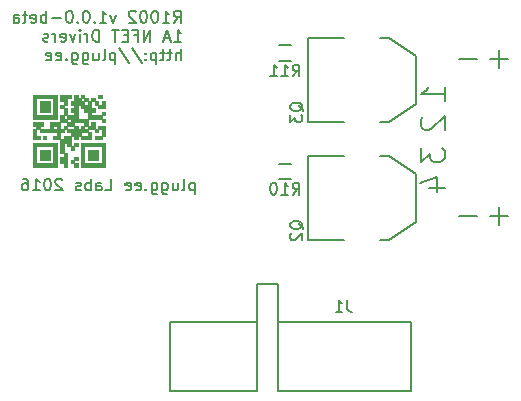
<source format=gbr>
G04 #@! TF.FileFunction,Legend,Bot*
%FSLAX46Y46*%
G04 Gerber Fmt 4.6, Leading zero omitted, Abs format (unit mm)*
G04 Created by KiCad (PCBNEW 4.0.2+e4-6225~38~ubuntu14.04.1-stable) date Sat 23 Jul 2016 00:45:22 PDT*
%MOMM*%
G01*
G04 APERTURE LIST*
%ADD10C,0.100000*%
%ADD11C,0.200000*%
%ADD12C,0.150000*%
%ADD13C,0.010000*%
G04 APERTURE END LIST*
D10*
D11*
X161671429Y-86180952D02*
X163004762Y-86180952D01*
X160909524Y-85704762D02*
X162338095Y-85228571D01*
X162338095Y-86466667D01*
X161004762Y-82733333D02*
X161004762Y-83971429D01*
X161766667Y-83304762D01*
X161766667Y-83590476D01*
X161861905Y-83780952D01*
X161957143Y-83876190D01*
X162147619Y-83971429D01*
X162623810Y-83971429D01*
X162814286Y-83876190D01*
X162909524Y-83780952D01*
X163004762Y-83590476D01*
X163004762Y-83019048D01*
X162909524Y-82828571D01*
X162814286Y-82733333D01*
X161195238Y-80128571D02*
X161100000Y-80223809D01*
X161004762Y-80414286D01*
X161004762Y-80890476D01*
X161100000Y-81080952D01*
X161195238Y-81176190D01*
X161385714Y-81271429D01*
X161576190Y-81271429D01*
X161861905Y-81176190D01*
X163004762Y-80033333D01*
X163004762Y-81271429D01*
X163004762Y-78771429D02*
X163004762Y-77628571D01*
X163004762Y-78200000D02*
X161004762Y-78200000D01*
X161290476Y-78009524D01*
X161480952Y-77819048D01*
X161576190Y-77628571D01*
X165761905Y-75242857D02*
X164238095Y-75242857D01*
X165761905Y-88542857D02*
X164238095Y-88542857D01*
X168361905Y-75242857D02*
X166838095Y-75242857D01*
X167600000Y-76004762D02*
X167600000Y-74480952D01*
X168361905Y-88542857D02*
X166838095Y-88542857D01*
X167600000Y-89304762D02*
X167600000Y-87780952D01*
X141861905Y-85685714D02*
X141861905Y-86685714D01*
X141861905Y-85733333D02*
X141766667Y-85685714D01*
X141576190Y-85685714D01*
X141480952Y-85733333D01*
X141433333Y-85780952D01*
X141385714Y-85876190D01*
X141385714Y-86161905D01*
X141433333Y-86257143D01*
X141480952Y-86304762D01*
X141576190Y-86352381D01*
X141766667Y-86352381D01*
X141861905Y-86304762D01*
X140814286Y-86352381D02*
X140909524Y-86304762D01*
X140957143Y-86209524D01*
X140957143Y-85352381D01*
X140004761Y-85685714D02*
X140004761Y-86352381D01*
X140433333Y-85685714D02*
X140433333Y-86209524D01*
X140385714Y-86304762D01*
X140290476Y-86352381D01*
X140147618Y-86352381D01*
X140052380Y-86304762D01*
X140004761Y-86257143D01*
X139099999Y-85685714D02*
X139099999Y-86495238D01*
X139147618Y-86590476D01*
X139195237Y-86638095D01*
X139290476Y-86685714D01*
X139433333Y-86685714D01*
X139528571Y-86638095D01*
X139099999Y-86304762D02*
X139195237Y-86352381D01*
X139385714Y-86352381D01*
X139480952Y-86304762D01*
X139528571Y-86257143D01*
X139576190Y-86161905D01*
X139576190Y-85876190D01*
X139528571Y-85780952D01*
X139480952Y-85733333D01*
X139385714Y-85685714D01*
X139195237Y-85685714D01*
X139099999Y-85733333D01*
X138195237Y-85685714D02*
X138195237Y-86495238D01*
X138242856Y-86590476D01*
X138290475Y-86638095D01*
X138385714Y-86685714D01*
X138528571Y-86685714D01*
X138623809Y-86638095D01*
X138195237Y-86304762D02*
X138290475Y-86352381D01*
X138480952Y-86352381D01*
X138576190Y-86304762D01*
X138623809Y-86257143D01*
X138671428Y-86161905D01*
X138671428Y-85876190D01*
X138623809Y-85780952D01*
X138576190Y-85733333D01*
X138480952Y-85685714D01*
X138290475Y-85685714D01*
X138195237Y-85733333D01*
X137719047Y-86257143D02*
X137671428Y-86304762D01*
X137719047Y-86352381D01*
X137766666Y-86304762D01*
X137719047Y-86257143D01*
X137719047Y-86352381D01*
X136861904Y-86304762D02*
X136957142Y-86352381D01*
X137147619Y-86352381D01*
X137242857Y-86304762D01*
X137290476Y-86209524D01*
X137290476Y-85828571D01*
X137242857Y-85733333D01*
X137147619Y-85685714D01*
X136957142Y-85685714D01*
X136861904Y-85733333D01*
X136814285Y-85828571D01*
X136814285Y-85923810D01*
X137290476Y-86019048D01*
X136004761Y-86304762D02*
X136099999Y-86352381D01*
X136290476Y-86352381D01*
X136385714Y-86304762D01*
X136433333Y-86209524D01*
X136433333Y-85828571D01*
X136385714Y-85733333D01*
X136290476Y-85685714D01*
X136099999Y-85685714D01*
X136004761Y-85733333D01*
X135957142Y-85828571D01*
X135957142Y-85923810D01*
X136433333Y-86019048D01*
X134290475Y-86352381D02*
X134766666Y-86352381D01*
X134766666Y-85352381D01*
X133528570Y-86352381D02*
X133528570Y-85828571D01*
X133576189Y-85733333D01*
X133671427Y-85685714D01*
X133861904Y-85685714D01*
X133957142Y-85733333D01*
X133528570Y-86304762D02*
X133623808Y-86352381D01*
X133861904Y-86352381D01*
X133957142Y-86304762D01*
X134004761Y-86209524D01*
X134004761Y-86114286D01*
X133957142Y-86019048D01*
X133861904Y-85971429D01*
X133623808Y-85971429D01*
X133528570Y-85923810D01*
X133052380Y-86352381D02*
X133052380Y-85352381D01*
X133052380Y-85733333D02*
X132957142Y-85685714D01*
X132766665Y-85685714D01*
X132671427Y-85733333D01*
X132623808Y-85780952D01*
X132576189Y-85876190D01*
X132576189Y-86161905D01*
X132623808Y-86257143D01*
X132671427Y-86304762D01*
X132766665Y-86352381D01*
X132957142Y-86352381D01*
X133052380Y-86304762D01*
X132195237Y-86304762D02*
X132099999Y-86352381D01*
X131909523Y-86352381D01*
X131814284Y-86304762D01*
X131766665Y-86209524D01*
X131766665Y-86161905D01*
X131814284Y-86066667D01*
X131909523Y-86019048D01*
X132052380Y-86019048D01*
X132147618Y-85971429D01*
X132195237Y-85876190D01*
X132195237Y-85828571D01*
X132147618Y-85733333D01*
X132052380Y-85685714D01*
X131909523Y-85685714D01*
X131814284Y-85733333D01*
X130623808Y-85447619D02*
X130576189Y-85400000D01*
X130480951Y-85352381D01*
X130242855Y-85352381D01*
X130147617Y-85400000D01*
X130099998Y-85447619D01*
X130052379Y-85542857D01*
X130052379Y-85638095D01*
X130099998Y-85780952D01*
X130671427Y-86352381D01*
X130052379Y-86352381D01*
X129433332Y-85352381D02*
X129338093Y-85352381D01*
X129242855Y-85400000D01*
X129195236Y-85447619D01*
X129147617Y-85542857D01*
X129099998Y-85733333D01*
X129099998Y-85971429D01*
X129147617Y-86161905D01*
X129195236Y-86257143D01*
X129242855Y-86304762D01*
X129338093Y-86352381D01*
X129433332Y-86352381D01*
X129528570Y-86304762D01*
X129576189Y-86257143D01*
X129623808Y-86161905D01*
X129671427Y-85971429D01*
X129671427Y-85733333D01*
X129623808Y-85542857D01*
X129576189Y-85447619D01*
X129528570Y-85400000D01*
X129433332Y-85352381D01*
X128147617Y-86352381D02*
X128719046Y-86352381D01*
X128433332Y-86352381D02*
X128433332Y-85352381D01*
X128528570Y-85495238D01*
X128623808Y-85590476D01*
X128719046Y-85638095D01*
X127290474Y-85352381D02*
X127480951Y-85352381D01*
X127576189Y-85400000D01*
X127623808Y-85447619D01*
X127719046Y-85590476D01*
X127766665Y-85780952D01*
X127766665Y-86161905D01*
X127719046Y-86257143D01*
X127671427Y-86304762D01*
X127576189Y-86352381D01*
X127385712Y-86352381D01*
X127290474Y-86304762D01*
X127242855Y-86257143D01*
X127195236Y-86161905D01*
X127195236Y-85923810D01*
X127242855Y-85828571D01*
X127290474Y-85780952D01*
X127385712Y-85733333D01*
X127576189Y-85733333D01*
X127671427Y-85780952D01*
X127719046Y-85828571D01*
X127766665Y-85923810D01*
X140090476Y-72152381D02*
X140423810Y-71676190D01*
X140661905Y-72152381D02*
X140661905Y-71152381D01*
X140280952Y-71152381D01*
X140185714Y-71200000D01*
X140138095Y-71247619D01*
X140090476Y-71342857D01*
X140090476Y-71485714D01*
X140138095Y-71580952D01*
X140185714Y-71628571D01*
X140280952Y-71676190D01*
X140661905Y-71676190D01*
X139138095Y-72152381D02*
X139709524Y-72152381D01*
X139423810Y-72152381D02*
X139423810Y-71152381D01*
X139519048Y-71295238D01*
X139614286Y-71390476D01*
X139709524Y-71438095D01*
X138519048Y-71152381D02*
X138423809Y-71152381D01*
X138328571Y-71200000D01*
X138280952Y-71247619D01*
X138233333Y-71342857D01*
X138185714Y-71533333D01*
X138185714Y-71771429D01*
X138233333Y-71961905D01*
X138280952Y-72057143D01*
X138328571Y-72104762D01*
X138423809Y-72152381D01*
X138519048Y-72152381D01*
X138614286Y-72104762D01*
X138661905Y-72057143D01*
X138709524Y-71961905D01*
X138757143Y-71771429D01*
X138757143Y-71533333D01*
X138709524Y-71342857D01*
X138661905Y-71247619D01*
X138614286Y-71200000D01*
X138519048Y-71152381D01*
X137566667Y-71152381D02*
X137471428Y-71152381D01*
X137376190Y-71200000D01*
X137328571Y-71247619D01*
X137280952Y-71342857D01*
X137233333Y-71533333D01*
X137233333Y-71771429D01*
X137280952Y-71961905D01*
X137328571Y-72057143D01*
X137376190Y-72104762D01*
X137471428Y-72152381D01*
X137566667Y-72152381D01*
X137661905Y-72104762D01*
X137709524Y-72057143D01*
X137757143Y-71961905D01*
X137804762Y-71771429D01*
X137804762Y-71533333D01*
X137757143Y-71342857D01*
X137709524Y-71247619D01*
X137661905Y-71200000D01*
X137566667Y-71152381D01*
X136852381Y-71247619D02*
X136804762Y-71200000D01*
X136709524Y-71152381D01*
X136471428Y-71152381D01*
X136376190Y-71200000D01*
X136328571Y-71247619D01*
X136280952Y-71342857D01*
X136280952Y-71438095D01*
X136328571Y-71580952D01*
X136900000Y-72152381D01*
X136280952Y-72152381D01*
X135185714Y-71485714D02*
X134947619Y-72152381D01*
X134709523Y-71485714D01*
X133804761Y-72152381D02*
X134376190Y-72152381D01*
X134090476Y-72152381D02*
X134090476Y-71152381D01*
X134185714Y-71295238D01*
X134280952Y-71390476D01*
X134376190Y-71438095D01*
X133376190Y-72057143D02*
X133328571Y-72104762D01*
X133376190Y-72152381D01*
X133423809Y-72104762D01*
X133376190Y-72057143D01*
X133376190Y-72152381D01*
X132709524Y-71152381D02*
X132614285Y-71152381D01*
X132519047Y-71200000D01*
X132471428Y-71247619D01*
X132423809Y-71342857D01*
X132376190Y-71533333D01*
X132376190Y-71771429D01*
X132423809Y-71961905D01*
X132471428Y-72057143D01*
X132519047Y-72104762D01*
X132614285Y-72152381D01*
X132709524Y-72152381D01*
X132804762Y-72104762D01*
X132852381Y-72057143D01*
X132900000Y-71961905D01*
X132947619Y-71771429D01*
X132947619Y-71533333D01*
X132900000Y-71342857D01*
X132852381Y-71247619D01*
X132804762Y-71200000D01*
X132709524Y-71152381D01*
X131947619Y-72057143D02*
X131900000Y-72104762D01*
X131947619Y-72152381D01*
X131995238Y-72104762D01*
X131947619Y-72057143D01*
X131947619Y-72152381D01*
X131280953Y-71152381D02*
X131185714Y-71152381D01*
X131090476Y-71200000D01*
X131042857Y-71247619D01*
X130995238Y-71342857D01*
X130947619Y-71533333D01*
X130947619Y-71771429D01*
X130995238Y-71961905D01*
X131042857Y-72057143D01*
X131090476Y-72104762D01*
X131185714Y-72152381D01*
X131280953Y-72152381D01*
X131376191Y-72104762D01*
X131423810Y-72057143D01*
X131471429Y-71961905D01*
X131519048Y-71771429D01*
X131519048Y-71533333D01*
X131471429Y-71342857D01*
X131423810Y-71247619D01*
X131376191Y-71200000D01*
X131280953Y-71152381D01*
X130519048Y-71771429D02*
X129757143Y-71771429D01*
X129280953Y-72152381D02*
X129280953Y-71152381D01*
X129280953Y-71533333D02*
X129185715Y-71485714D01*
X128995238Y-71485714D01*
X128900000Y-71533333D01*
X128852381Y-71580952D01*
X128804762Y-71676190D01*
X128804762Y-71961905D01*
X128852381Y-72057143D01*
X128900000Y-72104762D01*
X128995238Y-72152381D01*
X129185715Y-72152381D01*
X129280953Y-72104762D01*
X127995238Y-72104762D02*
X128090476Y-72152381D01*
X128280953Y-72152381D01*
X128376191Y-72104762D01*
X128423810Y-72009524D01*
X128423810Y-71628571D01*
X128376191Y-71533333D01*
X128280953Y-71485714D01*
X128090476Y-71485714D01*
X127995238Y-71533333D01*
X127947619Y-71628571D01*
X127947619Y-71723810D01*
X128423810Y-71819048D01*
X127661905Y-71485714D02*
X127280953Y-71485714D01*
X127519048Y-71152381D02*
X127519048Y-72009524D01*
X127471429Y-72104762D01*
X127376191Y-72152381D01*
X127280953Y-72152381D01*
X126519047Y-72152381D02*
X126519047Y-71628571D01*
X126566666Y-71533333D01*
X126661904Y-71485714D01*
X126852381Y-71485714D01*
X126947619Y-71533333D01*
X126519047Y-72104762D02*
X126614285Y-72152381D01*
X126852381Y-72152381D01*
X126947619Y-72104762D01*
X126995238Y-72009524D01*
X126995238Y-71914286D01*
X126947619Y-71819048D01*
X126852381Y-71771429D01*
X126614285Y-71771429D01*
X126519047Y-71723810D01*
X140138095Y-73752381D02*
X140709524Y-73752381D01*
X140423810Y-73752381D02*
X140423810Y-72752381D01*
X140519048Y-72895238D01*
X140614286Y-72990476D01*
X140709524Y-73038095D01*
X139757143Y-73466667D02*
X139280952Y-73466667D01*
X139852381Y-73752381D02*
X139519048Y-72752381D01*
X139185714Y-73752381D01*
X138090476Y-73752381D02*
X138090476Y-72752381D01*
X137519047Y-73752381D01*
X137519047Y-72752381D01*
X136709523Y-73228571D02*
X137042857Y-73228571D01*
X137042857Y-73752381D02*
X137042857Y-72752381D01*
X136566666Y-72752381D01*
X136185714Y-73228571D02*
X135852380Y-73228571D01*
X135709523Y-73752381D02*
X136185714Y-73752381D01*
X136185714Y-72752381D01*
X135709523Y-72752381D01*
X135423809Y-72752381D02*
X134852380Y-72752381D01*
X135138095Y-73752381D02*
X135138095Y-72752381D01*
X133757142Y-73752381D02*
X133757142Y-72752381D01*
X133519047Y-72752381D01*
X133376189Y-72800000D01*
X133280951Y-72895238D01*
X133233332Y-72990476D01*
X133185713Y-73180952D01*
X133185713Y-73323810D01*
X133233332Y-73514286D01*
X133280951Y-73609524D01*
X133376189Y-73704762D01*
X133519047Y-73752381D01*
X133757142Y-73752381D01*
X132757142Y-73752381D02*
X132757142Y-73085714D01*
X132757142Y-73276190D02*
X132709523Y-73180952D01*
X132661904Y-73133333D01*
X132566666Y-73085714D01*
X132471427Y-73085714D01*
X132138094Y-73752381D02*
X132138094Y-73085714D01*
X132138094Y-72752381D02*
X132185713Y-72800000D01*
X132138094Y-72847619D01*
X132090475Y-72800000D01*
X132138094Y-72752381D01*
X132138094Y-72847619D01*
X131757142Y-73085714D02*
X131519047Y-73752381D01*
X131280951Y-73085714D01*
X130519046Y-73704762D02*
X130614284Y-73752381D01*
X130804761Y-73752381D01*
X130899999Y-73704762D01*
X130947618Y-73609524D01*
X130947618Y-73228571D01*
X130899999Y-73133333D01*
X130804761Y-73085714D01*
X130614284Y-73085714D01*
X130519046Y-73133333D01*
X130471427Y-73228571D01*
X130471427Y-73323810D01*
X130947618Y-73419048D01*
X130042856Y-73752381D02*
X130042856Y-73085714D01*
X130042856Y-73276190D02*
X129995237Y-73180952D01*
X129947618Y-73133333D01*
X129852380Y-73085714D01*
X129757141Y-73085714D01*
X129471427Y-73704762D02*
X129376189Y-73752381D01*
X129185713Y-73752381D01*
X129090474Y-73704762D01*
X129042855Y-73609524D01*
X129042855Y-73561905D01*
X129090474Y-73466667D01*
X129185713Y-73419048D01*
X129328570Y-73419048D01*
X129423808Y-73371429D01*
X129471427Y-73276190D01*
X129471427Y-73228571D01*
X129423808Y-73133333D01*
X129328570Y-73085714D01*
X129185713Y-73085714D01*
X129090474Y-73133333D01*
X140661905Y-75352381D02*
X140661905Y-74352381D01*
X140233333Y-75352381D02*
X140233333Y-74828571D01*
X140280952Y-74733333D01*
X140376190Y-74685714D01*
X140519048Y-74685714D01*
X140614286Y-74733333D01*
X140661905Y-74780952D01*
X139900000Y-74685714D02*
X139519048Y-74685714D01*
X139757143Y-74352381D02*
X139757143Y-75209524D01*
X139709524Y-75304762D01*
X139614286Y-75352381D01*
X139519048Y-75352381D01*
X139328571Y-74685714D02*
X138947619Y-74685714D01*
X139185714Y-74352381D02*
X139185714Y-75209524D01*
X139138095Y-75304762D01*
X139042857Y-75352381D01*
X138947619Y-75352381D01*
X138614285Y-74685714D02*
X138614285Y-75685714D01*
X138614285Y-74733333D02*
X138519047Y-74685714D01*
X138328570Y-74685714D01*
X138233332Y-74733333D01*
X138185713Y-74780952D01*
X138138094Y-74876190D01*
X138138094Y-75161905D01*
X138185713Y-75257143D01*
X138233332Y-75304762D01*
X138328570Y-75352381D01*
X138519047Y-75352381D01*
X138614285Y-75304762D01*
X137709523Y-75257143D02*
X137661904Y-75304762D01*
X137709523Y-75352381D01*
X137757142Y-75304762D01*
X137709523Y-75257143D01*
X137709523Y-75352381D01*
X137709523Y-74733333D02*
X137661904Y-74780952D01*
X137709523Y-74828571D01*
X137757142Y-74780952D01*
X137709523Y-74733333D01*
X137709523Y-74828571D01*
X136519047Y-74304762D02*
X137376190Y-75590476D01*
X135471428Y-74304762D02*
X136328571Y-75590476D01*
X135138095Y-74685714D02*
X135138095Y-75685714D01*
X135138095Y-74733333D02*
X135042857Y-74685714D01*
X134852380Y-74685714D01*
X134757142Y-74733333D01*
X134709523Y-74780952D01*
X134661904Y-74876190D01*
X134661904Y-75161905D01*
X134709523Y-75257143D01*
X134757142Y-75304762D01*
X134852380Y-75352381D01*
X135042857Y-75352381D01*
X135138095Y-75304762D01*
X134090476Y-75352381D02*
X134185714Y-75304762D01*
X134233333Y-75209524D01*
X134233333Y-74352381D01*
X133280951Y-74685714D02*
X133280951Y-75352381D01*
X133709523Y-74685714D02*
X133709523Y-75209524D01*
X133661904Y-75304762D01*
X133566666Y-75352381D01*
X133423808Y-75352381D01*
X133328570Y-75304762D01*
X133280951Y-75257143D01*
X132376189Y-74685714D02*
X132376189Y-75495238D01*
X132423808Y-75590476D01*
X132471427Y-75638095D01*
X132566666Y-75685714D01*
X132709523Y-75685714D01*
X132804761Y-75638095D01*
X132376189Y-75304762D02*
X132471427Y-75352381D01*
X132661904Y-75352381D01*
X132757142Y-75304762D01*
X132804761Y-75257143D01*
X132852380Y-75161905D01*
X132852380Y-74876190D01*
X132804761Y-74780952D01*
X132757142Y-74733333D01*
X132661904Y-74685714D01*
X132471427Y-74685714D01*
X132376189Y-74733333D01*
X131471427Y-74685714D02*
X131471427Y-75495238D01*
X131519046Y-75590476D01*
X131566665Y-75638095D01*
X131661904Y-75685714D01*
X131804761Y-75685714D01*
X131899999Y-75638095D01*
X131471427Y-75304762D02*
X131566665Y-75352381D01*
X131757142Y-75352381D01*
X131852380Y-75304762D01*
X131899999Y-75257143D01*
X131947618Y-75161905D01*
X131947618Y-74876190D01*
X131899999Y-74780952D01*
X131852380Y-74733333D01*
X131757142Y-74685714D01*
X131566665Y-74685714D01*
X131471427Y-74733333D01*
X130995237Y-75257143D02*
X130947618Y-75304762D01*
X130995237Y-75352381D01*
X131042856Y-75304762D01*
X130995237Y-75257143D01*
X130995237Y-75352381D01*
X130138094Y-75304762D02*
X130233332Y-75352381D01*
X130423809Y-75352381D01*
X130519047Y-75304762D01*
X130566666Y-75209524D01*
X130566666Y-74828571D01*
X130519047Y-74733333D01*
X130423809Y-74685714D01*
X130233332Y-74685714D01*
X130138094Y-74733333D01*
X130090475Y-74828571D01*
X130090475Y-74923810D01*
X130566666Y-75019048D01*
X129280951Y-75304762D02*
X129376189Y-75352381D01*
X129566666Y-75352381D01*
X129661904Y-75304762D01*
X129709523Y-75209524D01*
X129709523Y-74828571D01*
X129661904Y-74733333D01*
X129566666Y-74685714D01*
X129376189Y-74685714D01*
X129280951Y-74733333D01*
X129233332Y-74828571D01*
X129233332Y-74923810D01*
X129709523Y-75019048D01*
D12*
X148900180Y-97500640D02*
X148900180Y-94300240D01*
X148900180Y-94300240D02*
X147099320Y-94300240D01*
X147099320Y-94300240D02*
X147099320Y-97500640D01*
X160200640Y-97500640D02*
X148900180Y-97500640D01*
X148900180Y-97500640D02*
X148900180Y-103299460D01*
X148900180Y-103299460D02*
X160200640Y-103299460D01*
X160200640Y-103299460D02*
X160200640Y-97500640D01*
X139799360Y-97500640D02*
X147099320Y-97500640D01*
X147099320Y-103299460D02*
X139799360Y-103299460D01*
X147099320Y-97500640D02*
X147099320Y-103299460D01*
X139799360Y-97500640D02*
X139799360Y-103299460D01*
X154476000Y-90556000D02*
X151428000Y-90556000D01*
X151428000Y-90556000D02*
X151428000Y-83444000D01*
X151428000Y-83444000D02*
X154476000Y-83444000D01*
X157524000Y-90556000D02*
X158286000Y-90556000D01*
X158286000Y-90556000D02*
X160572000Y-89032000D01*
X160572000Y-89032000D02*
X160572000Y-84968000D01*
X160572000Y-84968000D02*
X158286000Y-83444000D01*
X158286000Y-83444000D02*
X157524000Y-83444000D01*
X154476000Y-80556000D02*
X151428000Y-80556000D01*
X151428000Y-80556000D02*
X151428000Y-73444000D01*
X151428000Y-73444000D02*
X154476000Y-73444000D01*
X157524000Y-80556000D02*
X158286000Y-80556000D01*
X158286000Y-80556000D02*
X160572000Y-79032000D01*
X160572000Y-79032000D02*
X160572000Y-74968000D01*
X160572000Y-74968000D02*
X158286000Y-73444000D01*
X158286000Y-73444000D02*
X157524000Y-73444000D01*
X149000000Y-85425000D02*
X150000000Y-85425000D01*
X150000000Y-84075000D02*
X149000000Y-84075000D01*
X149000000Y-75425000D02*
X150000000Y-75425000D01*
X150000000Y-74075000D02*
X149000000Y-74075000D01*
D13*
G36*
X130178161Y-78234483D02*
X128134483Y-78234483D01*
X128134483Y-79986207D01*
X128426437Y-79986207D01*
X128426437Y-78526437D01*
X129886207Y-78526437D01*
X129886207Y-79986207D01*
X128426437Y-79986207D01*
X128134483Y-79986207D01*
X128134483Y-80278161D01*
X130178161Y-80278161D01*
X130178161Y-78234483D01*
X130178161Y-78234483D01*
G37*
X130178161Y-78234483D02*
X128134483Y-78234483D01*
X128134483Y-79986207D01*
X128426437Y-79986207D01*
X128426437Y-78526437D01*
X129886207Y-78526437D01*
X129886207Y-79986207D01*
X128426437Y-79986207D01*
X128134483Y-79986207D01*
X128134483Y-80278161D01*
X130178161Y-80278161D01*
X130178161Y-78234483D01*
G36*
X131054023Y-78526437D02*
X131345977Y-78526437D01*
X131345977Y-78234483D01*
X130470115Y-78234483D01*
X130470115Y-78818391D01*
X130762069Y-78818391D01*
X130762069Y-79110345D01*
X131054023Y-79110345D01*
X131054023Y-78526437D01*
X131054023Y-78526437D01*
G37*
X131054023Y-78526437D02*
X131345977Y-78526437D01*
X131345977Y-78234483D01*
X130470115Y-78234483D01*
X130470115Y-78818391D01*
X130762069Y-78818391D01*
X130762069Y-79110345D01*
X131054023Y-79110345D01*
X131054023Y-78526437D01*
G36*
X133389655Y-78526437D02*
X133097701Y-78526437D01*
X133097701Y-78818391D01*
X133389655Y-78818391D01*
X133389655Y-78526437D01*
X133389655Y-78526437D01*
G37*
X133389655Y-78526437D02*
X133097701Y-78526437D01*
X133097701Y-78818391D01*
X133389655Y-78818391D01*
X133389655Y-78526437D01*
G36*
X133681609Y-79402299D02*
X134265517Y-79402299D01*
X134265517Y-78818391D01*
X133973563Y-78818391D01*
X133973563Y-79110345D01*
X133681609Y-79110345D01*
X133681609Y-79402299D01*
X133681609Y-79402299D01*
G37*
X133681609Y-79402299D02*
X134265517Y-79402299D01*
X134265517Y-78818391D01*
X133973563Y-78818391D01*
X133973563Y-79110345D01*
X133681609Y-79110345D01*
X133681609Y-79402299D01*
G36*
X130762069Y-79110345D02*
X130470115Y-79110345D01*
X130470115Y-79402299D01*
X130762069Y-79402299D01*
X130762069Y-79110345D01*
X130762069Y-79110345D01*
G37*
X130762069Y-79110345D02*
X130470115Y-79110345D01*
X130470115Y-79402299D01*
X130762069Y-79402299D01*
X130762069Y-79110345D01*
G36*
X134265517Y-79694253D02*
X133973563Y-79694253D01*
X133973563Y-79986207D01*
X134265517Y-79986207D01*
X134265517Y-79694253D01*
X134265517Y-79694253D01*
G37*
X134265517Y-79694253D02*
X133973563Y-79694253D01*
X133973563Y-79986207D01*
X134265517Y-79986207D01*
X134265517Y-79694253D01*
G36*
X134265517Y-80278161D02*
X133973563Y-80278161D01*
X133973563Y-80570115D01*
X134265517Y-80570115D01*
X134265517Y-80278161D01*
X134265517Y-80278161D01*
G37*
X134265517Y-80278161D02*
X133973563Y-80278161D01*
X133973563Y-80570115D01*
X134265517Y-80570115D01*
X134265517Y-80278161D01*
G36*
X134265517Y-80862069D02*
X133681609Y-80862069D01*
X133681609Y-81154023D01*
X133973563Y-81154023D01*
X133973563Y-81737931D01*
X134265517Y-81737931D01*
X134265517Y-80862069D01*
X134265517Y-80862069D01*
G37*
X134265517Y-80862069D02*
X133681609Y-80862069D01*
X133681609Y-81154023D01*
X133973563Y-81154023D01*
X133973563Y-81737931D01*
X134265517Y-81737931D01*
X134265517Y-80862069D01*
G36*
X128718391Y-81737931D02*
X128426437Y-81737931D01*
X128426437Y-81154023D01*
X128134483Y-81154023D01*
X128134483Y-82029885D01*
X128718391Y-82029885D01*
X128718391Y-81737931D01*
X128718391Y-81737931D01*
G37*
X128718391Y-81737931D02*
X128426437Y-81737931D01*
X128426437Y-81154023D01*
X128134483Y-81154023D01*
X128134483Y-82029885D01*
X128718391Y-82029885D01*
X128718391Y-81737931D01*
G36*
X133681609Y-81154023D02*
X133389655Y-81154023D01*
X133389655Y-81445977D01*
X133681609Y-81445977D01*
X133681609Y-81154023D01*
X133681609Y-81154023D01*
G37*
X133681609Y-81154023D02*
X133389655Y-81154023D01*
X133389655Y-81445977D01*
X133681609Y-81445977D01*
X133681609Y-81154023D01*
G36*
X133973563Y-81737931D02*
X133389655Y-81737931D01*
X133389655Y-82029885D01*
X133973563Y-82029885D01*
X133973563Y-81737931D01*
X133973563Y-81737931D01*
G37*
X133973563Y-81737931D02*
X133389655Y-81737931D01*
X133389655Y-82029885D01*
X133973563Y-82029885D01*
X133973563Y-81737931D01*
G36*
X131929885Y-82321839D02*
X131637931Y-82321839D01*
X131637931Y-82613793D01*
X131929885Y-82613793D01*
X131929885Y-82321839D01*
X131929885Y-82321839D01*
G37*
X131929885Y-82321839D02*
X131637931Y-82321839D01*
X131637931Y-82613793D01*
X131929885Y-82613793D01*
X131929885Y-82321839D01*
G36*
X131637931Y-82613793D02*
X131345977Y-82613793D01*
X131345977Y-82905747D01*
X131637931Y-82905747D01*
X131637931Y-82613793D01*
X131637931Y-82613793D01*
G37*
X131637931Y-82613793D02*
X131345977Y-82613793D01*
X131345977Y-82905747D01*
X131637931Y-82905747D01*
X131637931Y-82613793D01*
G36*
X131054023Y-83197701D02*
X130762069Y-83197701D01*
X130762069Y-83489655D01*
X130470115Y-83489655D01*
X130470115Y-84073563D01*
X130762069Y-84073563D01*
X130762069Y-84365517D01*
X131054023Y-84365517D01*
X131054023Y-83197701D01*
X131054023Y-83197701D01*
G37*
X131054023Y-83197701D02*
X130762069Y-83197701D01*
X130762069Y-83489655D01*
X130470115Y-83489655D01*
X130470115Y-84073563D01*
X130762069Y-84073563D01*
X130762069Y-84365517D01*
X131054023Y-84365517D01*
X131054023Y-83197701D01*
G36*
X128718391Y-80862069D02*
X129010345Y-80862069D01*
X129010345Y-80570115D01*
X128134483Y-80570115D01*
X128134483Y-80862069D01*
X128426437Y-80862069D01*
X128426437Y-81154023D01*
X128718391Y-81154023D01*
X128718391Y-80862069D01*
X128718391Y-80862069D01*
G37*
X128718391Y-80862069D02*
X129010345Y-80862069D01*
X129010345Y-80570115D01*
X128134483Y-80570115D01*
X128134483Y-80862069D01*
X128426437Y-80862069D01*
X128426437Y-81154023D01*
X128718391Y-81154023D01*
X128718391Y-80862069D01*
G36*
X133681609Y-78818391D02*
X133389655Y-78818391D01*
X133389655Y-79110345D01*
X133681609Y-79110345D01*
X133681609Y-78818391D01*
X133681609Y-78818391D01*
G37*
X133681609Y-78818391D02*
X133389655Y-78818391D01*
X133389655Y-79110345D01*
X133681609Y-79110345D01*
X133681609Y-78818391D01*
G36*
X133973563Y-80278161D02*
X133973563Y-79986207D01*
X133097701Y-79986207D01*
X133097701Y-79694253D01*
X133389655Y-79694253D01*
X133389655Y-79402299D01*
X133097701Y-79402299D01*
X133097701Y-78818391D01*
X132805747Y-78818391D01*
X132805747Y-78526437D01*
X132513793Y-78526437D01*
X132513793Y-78234483D01*
X132221839Y-78234483D01*
X132221839Y-78526437D01*
X131929885Y-78526437D01*
X131929885Y-78234483D01*
X131637931Y-78234483D01*
X131637931Y-78818391D01*
X132221839Y-78818391D01*
X132221839Y-78526437D01*
X132513793Y-78526437D01*
X132513793Y-78818391D01*
X132221839Y-78818391D01*
X131637931Y-78818391D01*
X131345977Y-78818391D01*
X131345977Y-79110345D01*
X131637931Y-79110345D01*
X131637931Y-79402299D01*
X131345977Y-79402299D01*
X131345977Y-79694253D01*
X131637931Y-79694253D01*
X131637931Y-79986207D01*
X131054023Y-79986207D01*
X131054023Y-79402299D01*
X130762069Y-79402299D01*
X130762069Y-79986207D01*
X130470115Y-79986207D01*
X130470115Y-80278161D01*
X130762069Y-80278161D01*
X130762069Y-79986207D01*
X131054023Y-79986207D01*
X131054023Y-80278161D01*
X130762069Y-80278161D01*
X130470115Y-80278161D01*
X130470115Y-80570115D01*
X129594253Y-80570115D01*
X129594253Y-81154023D01*
X129886207Y-81154023D01*
X129886207Y-80862069D01*
X130178161Y-80862069D01*
X130178161Y-81154023D01*
X129886207Y-81154023D01*
X129594253Y-81154023D01*
X128718391Y-81154023D01*
X128718391Y-81445977D01*
X130178161Y-81445977D01*
X130178161Y-81737931D01*
X129886207Y-81737931D01*
X129886207Y-82029885D01*
X130470115Y-82029885D01*
X130470115Y-81445977D01*
X130762069Y-81445977D01*
X130762069Y-81154023D01*
X130470115Y-81154023D01*
X130470115Y-80570115D01*
X131054023Y-80570115D01*
X131054023Y-80278161D01*
X131345977Y-80278161D01*
X131929885Y-80278161D01*
X131929885Y-79110345D01*
X132221839Y-79110345D01*
X132513793Y-79110345D01*
X132513793Y-78818391D01*
X132805747Y-78818391D01*
X132805747Y-79110345D01*
X132513793Y-79110345D01*
X132221839Y-79110345D01*
X132221839Y-79402299D01*
X132513793Y-79402299D01*
X132513793Y-79694253D01*
X132805747Y-79694253D01*
X132805747Y-80278161D01*
X131929885Y-80278161D01*
X131345977Y-80278161D01*
X131345977Y-80570115D01*
X131054023Y-80570115D01*
X131054023Y-80862069D01*
X131637931Y-80862069D01*
X131637931Y-80570115D01*
X132513793Y-80570115D01*
X132513793Y-80862069D01*
X132221839Y-80862069D01*
X132221839Y-81154023D01*
X132513793Y-81154023D01*
X132513793Y-80862069D01*
X132805747Y-80862069D01*
X132805747Y-81154023D01*
X132513793Y-81154023D01*
X132221839Y-81154023D01*
X131929885Y-81154023D01*
X131929885Y-80862069D01*
X131637931Y-80862069D01*
X131637931Y-81154023D01*
X131054023Y-81154023D01*
X131054023Y-81445977D01*
X131345977Y-81445977D01*
X131345977Y-81737931D01*
X130762069Y-81737931D01*
X130762069Y-82029885D01*
X130470115Y-82029885D01*
X130470115Y-83197701D01*
X130762069Y-83197701D01*
X130762069Y-82321839D01*
X131054023Y-82321839D01*
X131054023Y-82613793D01*
X131345977Y-82613793D01*
X131345977Y-81737931D01*
X131637931Y-81737931D01*
X131637931Y-82029885D01*
X131929885Y-82029885D01*
X131929885Y-81737931D01*
X132221839Y-81737931D01*
X132221839Y-81445977D01*
X132805747Y-81445977D01*
X132805747Y-81737931D01*
X132221839Y-81737931D01*
X132221839Y-82029885D01*
X133097701Y-82029885D01*
X133097701Y-81445977D01*
X132805747Y-81445977D01*
X132805747Y-81154023D01*
X133389655Y-81154023D01*
X133389655Y-80570115D01*
X133097701Y-80570115D01*
X133097701Y-80862069D01*
X132805747Y-80862069D01*
X132805747Y-80278161D01*
X133973563Y-80278161D01*
X133973563Y-80278161D01*
G37*
X133973563Y-80278161D02*
X133973563Y-79986207D01*
X133097701Y-79986207D01*
X133097701Y-79694253D01*
X133389655Y-79694253D01*
X133389655Y-79402299D01*
X133097701Y-79402299D01*
X133097701Y-78818391D01*
X132805747Y-78818391D01*
X132805747Y-78526437D01*
X132513793Y-78526437D01*
X132513793Y-78234483D01*
X132221839Y-78234483D01*
X132221839Y-78526437D01*
X131929885Y-78526437D01*
X131929885Y-78234483D01*
X131637931Y-78234483D01*
X131637931Y-78818391D01*
X132221839Y-78818391D01*
X132221839Y-78526437D01*
X132513793Y-78526437D01*
X132513793Y-78818391D01*
X132221839Y-78818391D01*
X131637931Y-78818391D01*
X131345977Y-78818391D01*
X131345977Y-79110345D01*
X131637931Y-79110345D01*
X131637931Y-79402299D01*
X131345977Y-79402299D01*
X131345977Y-79694253D01*
X131637931Y-79694253D01*
X131637931Y-79986207D01*
X131054023Y-79986207D01*
X131054023Y-79402299D01*
X130762069Y-79402299D01*
X130762069Y-79986207D01*
X130470115Y-79986207D01*
X130470115Y-80278161D01*
X130762069Y-80278161D01*
X130762069Y-79986207D01*
X131054023Y-79986207D01*
X131054023Y-80278161D01*
X130762069Y-80278161D01*
X130470115Y-80278161D01*
X130470115Y-80570115D01*
X129594253Y-80570115D01*
X129594253Y-81154023D01*
X129886207Y-81154023D01*
X129886207Y-80862069D01*
X130178161Y-80862069D01*
X130178161Y-81154023D01*
X129886207Y-81154023D01*
X129594253Y-81154023D01*
X128718391Y-81154023D01*
X128718391Y-81445977D01*
X130178161Y-81445977D01*
X130178161Y-81737931D01*
X129886207Y-81737931D01*
X129886207Y-82029885D01*
X130470115Y-82029885D01*
X130470115Y-81445977D01*
X130762069Y-81445977D01*
X130762069Y-81154023D01*
X130470115Y-81154023D01*
X130470115Y-80570115D01*
X131054023Y-80570115D01*
X131054023Y-80278161D01*
X131345977Y-80278161D01*
X131929885Y-80278161D01*
X131929885Y-79110345D01*
X132221839Y-79110345D01*
X132513793Y-79110345D01*
X132513793Y-78818391D01*
X132805747Y-78818391D01*
X132805747Y-79110345D01*
X132513793Y-79110345D01*
X132221839Y-79110345D01*
X132221839Y-79402299D01*
X132513793Y-79402299D01*
X132513793Y-79694253D01*
X132805747Y-79694253D01*
X132805747Y-80278161D01*
X131929885Y-80278161D01*
X131345977Y-80278161D01*
X131345977Y-80570115D01*
X131054023Y-80570115D01*
X131054023Y-80862069D01*
X131637931Y-80862069D01*
X131637931Y-80570115D01*
X132513793Y-80570115D01*
X132513793Y-80862069D01*
X132221839Y-80862069D01*
X132221839Y-81154023D01*
X132513793Y-81154023D01*
X132513793Y-80862069D01*
X132805747Y-80862069D01*
X132805747Y-81154023D01*
X132513793Y-81154023D01*
X132221839Y-81154023D01*
X131929885Y-81154023D01*
X131929885Y-80862069D01*
X131637931Y-80862069D01*
X131637931Y-81154023D01*
X131054023Y-81154023D01*
X131054023Y-81445977D01*
X131345977Y-81445977D01*
X131345977Y-81737931D01*
X130762069Y-81737931D01*
X130762069Y-82029885D01*
X130470115Y-82029885D01*
X130470115Y-83197701D01*
X130762069Y-83197701D01*
X130762069Y-82321839D01*
X131054023Y-82321839D01*
X131054023Y-82613793D01*
X131345977Y-82613793D01*
X131345977Y-81737931D01*
X131637931Y-81737931D01*
X131637931Y-82029885D01*
X131929885Y-82029885D01*
X131929885Y-81737931D01*
X132221839Y-81737931D01*
X132221839Y-81445977D01*
X132805747Y-81445977D01*
X132805747Y-81737931D01*
X132221839Y-81737931D01*
X132221839Y-82029885D01*
X133097701Y-82029885D01*
X133097701Y-81445977D01*
X132805747Y-81445977D01*
X132805747Y-81154023D01*
X133389655Y-81154023D01*
X133389655Y-80570115D01*
X133097701Y-80570115D01*
X133097701Y-80862069D01*
X132805747Y-80862069D01*
X132805747Y-80278161D01*
X133973563Y-80278161D01*
G36*
X133973563Y-78234483D02*
X133681609Y-78234483D01*
X133681609Y-78526437D01*
X133973563Y-78526437D01*
X133973563Y-78234483D01*
X133973563Y-78234483D01*
G37*
X133973563Y-78234483D02*
X133681609Y-78234483D01*
X133681609Y-78526437D01*
X133973563Y-78526437D01*
X133973563Y-78234483D01*
G36*
X129302299Y-81737931D02*
X129010345Y-81737931D01*
X129010345Y-82029885D01*
X129302299Y-82029885D01*
X129302299Y-81737931D01*
X129302299Y-81737931D01*
G37*
X129302299Y-81737931D02*
X129010345Y-81737931D01*
X129010345Y-82029885D01*
X129302299Y-82029885D01*
X129302299Y-81737931D01*
G36*
X130178161Y-82321839D02*
X128134483Y-82321839D01*
X128134483Y-84073563D01*
X128426437Y-84073563D01*
X128426437Y-82613793D01*
X129886207Y-82613793D01*
X129886207Y-84073563D01*
X128426437Y-84073563D01*
X128134483Y-84073563D01*
X128134483Y-84365517D01*
X130178161Y-84365517D01*
X130178161Y-82321839D01*
X130178161Y-82321839D01*
G37*
X130178161Y-82321839D02*
X128134483Y-82321839D01*
X128134483Y-84073563D01*
X128426437Y-84073563D01*
X128426437Y-82613793D01*
X129886207Y-82613793D01*
X129886207Y-84073563D01*
X128426437Y-84073563D01*
X128134483Y-84073563D01*
X128134483Y-84365517D01*
X130178161Y-84365517D01*
X130178161Y-82321839D01*
G36*
X134265517Y-82321839D02*
X132221839Y-82321839D01*
X132221839Y-84073563D01*
X132513793Y-84073563D01*
X132513793Y-82613793D01*
X133973563Y-82613793D01*
X133973563Y-84073563D01*
X132513793Y-84073563D01*
X132221839Y-84073563D01*
X132221839Y-84365517D01*
X134265517Y-84365517D01*
X134265517Y-82321839D01*
X134265517Y-82321839D01*
G37*
X134265517Y-82321839D02*
X132221839Y-82321839D01*
X132221839Y-84073563D01*
X132513793Y-84073563D01*
X132513793Y-82613793D01*
X133973563Y-82613793D01*
X133973563Y-84073563D01*
X132513793Y-84073563D01*
X132221839Y-84073563D01*
X132221839Y-84365517D01*
X134265517Y-84365517D01*
X134265517Y-82321839D01*
G36*
X131929885Y-83489655D02*
X131637931Y-83489655D01*
X131637931Y-83781609D01*
X131929885Y-83781609D01*
X131929885Y-83489655D01*
X131929885Y-83489655D01*
G37*
X131929885Y-83489655D02*
X131637931Y-83489655D01*
X131637931Y-83781609D01*
X131929885Y-83781609D01*
X131929885Y-83489655D01*
G36*
X131637931Y-83781609D02*
X131345977Y-83781609D01*
X131345977Y-84073563D01*
X131637931Y-84073563D01*
X131637931Y-83781609D01*
X131637931Y-83781609D01*
G37*
X131637931Y-83781609D02*
X131345977Y-83781609D01*
X131345977Y-84073563D01*
X131637931Y-84073563D01*
X131637931Y-83781609D01*
G36*
X131929885Y-84073563D02*
X131637931Y-84073563D01*
X131637931Y-84365517D01*
X131929885Y-84365517D01*
X131929885Y-84073563D01*
X131929885Y-84073563D01*
G37*
X131929885Y-84073563D02*
X131637931Y-84073563D01*
X131637931Y-84365517D01*
X131929885Y-84365517D01*
X131929885Y-84073563D01*
G36*
X129594253Y-78818391D02*
X128718391Y-78818391D01*
X128718391Y-79694253D01*
X129594253Y-79694253D01*
X129594253Y-78818391D01*
X129594253Y-78818391D01*
G37*
X129594253Y-78818391D02*
X128718391Y-78818391D01*
X128718391Y-79694253D01*
X129594253Y-79694253D01*
X129594253Y-78818391D01*
G36*
X131054023Y-80862069D02*
X130762069Y-80862069D01*
X130762069Y-81154023D01*
X131054023Y-81154023D01*
X131054023Y-80862069D01*
X131054023Y-80862069D01*
G37*
X131054023Y-80862069D02*
X130762069Y-80862069D01*
X130762069Y-81154023D01*
X131054023Y-81154023D01*
X131054023Y-80862069D01*
G36*
X129594253Y-82905747D02*
X128718391Y-82905747D01*
X128718391Y-83781609D01*
X129594253Y-83781609D01*
X129594253Y-82905747D01*
X129594253Y-82905747D01*
G37*
X129594253Y-82905747D02*
X128718391Y-82905747D01*
X128718391Y-83781609D01*
X129594253Y-83781609D01*
X129594253Y-82905747D01*
G36*
X133681609Y-82905747D02*
X132805747Y-82905747D01*
X132805747Y-83781609D01*
X133681609Y-83781609D01*
X133681609Y-82905747D01*
X133681609Y-82905747D01*
G37*
X133681609Y-82905747D02*
X132805747Y-82905747D01*
X132805747Y-83781609D01*
X133681609Y-83781609D01*
X133681609Y-82905747D01*
D12*
X154778333Y-95642381D02*
X154778333Y-96356667D01*
X154825953Y-96499524D01*
X154921191Y-96594762D01*
X155064048Y-96642381D01*
X155159286Y-96642381D01*
X153778333Y-96642381D02*
X154349762Y-96642381D01*
X154064048Y-96642381D02*
X154064048Y-95642381D01*
X154159286Y-95785238D01*
X154254524Y-95880476D01*
X154349762Y-95928095D01*
X151047619Y-89654762D02*
X151000000Y-89559524D01*
X150904762Y-89464286D01*
X150761905Y-89321429D01*
X150714286Y-89226190D01*
X150714286Y-89130952D01*
X150952381Y-89178571D02*
X150904762Y-89083333D01*
X150809524Y-88988095D01*
X150619048Y-88940476D01*
X150285714Y-88940476D01*
X150095238Y-88988095D01*
X150000000Y-89083333D01*
X149952381Y-89178571D01*
X149952381Y-89369048D01*
X150000000Y-89464286D01*
X150095238Y-89559524D01*
X150285714Y-89607143D01*
X150619048Y-89607143D01*
X150809524Y-89559524D01*
X150904762Y-89464286D01*
X150952381Y-89369048D01*
X150952381Y-89178571D01*
X150047619Y-89988095D02*
X150000000Y-90035714D01*
X149952381Y-90130952D01*
X149952381Y-90369048D01*
X150000000Y-90464286D01*
X150047619Y-90511905D01*
X150142857Y-90559524D01*
X150238095Y-90559524D01*
X150380952Y-90511905D01*
X150952381Y-89940476D01*
X150952381Y-90559524D01*
X151047619Y-79654762D02*
X151000000Y-79559524D01*
X150904762Y-79464286D01*
X150761905Y-79321429D01*
X150714286Y-79226190D01*
X150714286Y-79130952D01*
X150952381Y-79178571D02*
X150904762Y-79083333D01*
X150809524Y-78988095D01*
X150619048Y-78940476D01*
X150285714Y-78940476D01*
X150095238Y-78988095D01*
X150000000Y-79083333D01*
X149952381Y-79178571D01*
X149952381Y-79369048D01*
X150000000Y-79464286D01*
X150095238Y-79559524D01*
X150285714Y-79607143D01*
X150619048Y-79607143D01*
X150809524Y-79559524D01*
X150904762Y-79464286D01*
X150952381Y-79369048D01*
X150952381Y-79178571D01*
X149952381Y-79940476D02*
X149952381Y-80559524D01*
X150333333Y-80226190D01*
X150333333Y-80369048D01*
X150380952Y-80464286D01*
X150428571Y-80511905D01*
X150523810Y-80559524D01*
X150761905Y-80559524D01*
X150857143Y-80511905D01*
X150904762Y-80464286D01*
X150952381Y-80369048D01*
X150952381Y-80083333D01*
X150904762Y-79988095D01*
X150857143Y-79940476D01*
X150142857Y-86702381D02*
X150476191Y-86226190D01*
X150714286Y-86702381D02*
X150714286Y-85702381D01*
X150333333Y-85702381D01*
X150238095Y-85750000D01*
X150190476Y-85797619D01*
X150142857Y-85892857D01*
X150142857Y-86035714D01*
X150190476Y-86130952D01*
X150238095Y-86178571D01*
X150333333Y-86226190D01*
X150714286Y-86226190D01*
X149190476Y-86702381D02*
X149761905Y-86702381D01*
X149476191Y-86702381D02*
X149476191Y-85702381D01*
X149571429Y-85845238D01*
X149666667Y-85940476D01*
X149761905Y-85988095D01*
X148571429Y-85702381D02*
X148476190Y-85702381D01*
X148380952Y-85750000D01*
X148333333Y-85797619D01*
X148285714Y-85892857D01*
X148238095Y-86083333D01*
X148238095Y-86321429D01*
X148285714Y-86511905D01*
X148333333Y-86607143D01*
X148380952Y-86654762D01*
X148476190Y-86702381D01*
X148571429Y-86702381D01*
X148666667Y-86654762D01*
X148714286Y-86607143D01*
X148761905Y-86511905D01*
X148809524Y-86321429D01*
X148809524Y-86083333D01*
X148761905Y-85892857D01*
X148714286Y-85797619D01*
X148666667Y-85750000D01*
X148571429Y-85702381D01*
X150142857Y-76702381D02*
X150476191Y-76226190D01*
X150714286Y-76702381D02*
X150714286Y-75702381D01*
X150333333Y-75702381D01*
X150238095Y-75750000D01*
X150190476Y-75797619D01*
X150142857Y-75892857D01*
X150142857Y-76035714D01*
X150190476Y-76130952D01*
X150238095Y-76178571D01*
X150333333Y-76226190D01*
X150714286Y-76226190D01*
X149190476Y-76702381D02*
X149761905Y-76702381D01*
X149476191Y-76702381D02*
X149476191Y-75702381D01*
X149571429Y-75845238D01*
X149666667Y-75940476D01*
X149761905Y-75988095D01*
X148238095Y-76702381D02*
X148809524Y-76702381D01*
X148523810Y-76702381D02*
X148523810Y-75702381D01*
X148619048Y-75845238D01*
X148714286Y-75940476D01*
X148809524Y-75988095D01*
M02*

</source>
